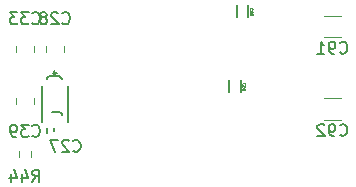
<source format=gbo>
G04 #@! TF.GenerationSoftware,KiCad,Pcbnew,(5.1.10)-1*
G04 #@! TF.CreationDate,2022-01-17T16:27:26-05:00*
G04 #@! TF.ProjectId,breakoutboard-2,62726561-6b6f-4757-9462-6f6172642d32,rev?*
G04 #@! TF.SameCoordinates,Original*
G04 #@! TF.FileFunction,Legend,Bot*
G04 #@! TF.FilePolarity,Positive*
%FSLAX46Y46*%
G04 Gerber Fmt 4.6, Leading zero omitted, Abs format (unit mm)*
G04 Created by KiCad (PCBNEW (5.1.10)-1) date 2022-01-17 16:27:26*
%MOMM*%
%LPD*%
G01*
G04 APERTURE LIST*
%ADD10C,0.250000*%
%ADD11C,0.150000*%
%ADD12C,0.120000*%
%ADD13C,0.127000*%
%ADD14C,0.060464*%
%ADD15R,1.350000X1.350000*%
%ADD16R,1.500000X2.400000*%
%ADD17R,1.500000X1.050000*%
%ADD18C,3.000000*%
%ADD19C,2.700000*%
%ADD20O,1.350000X1.350000*%
%ADD21C,2.800000*%
%ADD22R,2.800000X2.800000*%
G04 APERTURE END LIST*
D10*
X155065000Y-103025000D02*
G75*
G03*
X155065000Y-103025000I-125000J0D01*
G01*
D11*
X156065000Y-107124999D02*
X156065000Y-104124999D01*
X153815000Y-107124999D02*
X153815000Y-104124999D01*
D12*
X155675000Y-101226252D02*
X155675000Y-100703748D01*
X154205000Y-101226252D02*
X154205000Y-100703748D01*
X151665000Y-101226252D02*
X151665000Y-100703748D01*
X153135000Y-101226252D02*
X153135000Y-100703748D01*
X151665000Y-105671252D02*
X151665000Y-105148748D01*
X153135000Y-105671252D02*
X153135000Y-105148748D01*
D13*
X170335000Y-98290000D02*
X170335000Y-97290000D01*
X171295000Y-97290000D02*
X171295000Y-98290000D01*
D12*
X177723748Y-98150000D02*
X179146252Y-98150000D01*
X177723748Y-99970000D02*
X179146252Y-99970000D01*
X177723748Y-106955000D02*
X179146252Y-106955000D01*
X177723748Y-105135000D02*
X179146252Y-105135000D01*
D13*
X170660000Y-103640000D02*
X170660000Y-104640000D01*
X169700000Y-104640000D02*
X169700000Y-103640000D01*
D12*
X151877500Y-109617742D02*
X151877500Y-110092258D01*
X152922500Y-109617742D02*
X152922500Y-110092258D01*
D11*
X156497738Y-109577142D02*
X156545357Y-109624761D01*
X156688214Y-109672380D01*
X156783452Y-109672380D01*
X156926309Y-109624761D01*
X157021547Y-109529523D01*
X157069166Y-109434285D01*
X157116785Y-109243809D01*
X157116785Y-109100952D01*
X157069166Y-108910476D01*
X157021547Y-108815238D01*
X156926309Y-108720000D01*
X156783452Y-108672380D01*
X156688214Y-108672380D01*
X156545357Y-108720000D01*
X156497738Y-108767619D01*
X156116785Y-108767619D02*
X156069166Y-108720000D01*
X155973928Y-108672380D01*
X155735833Y-108672380D01*
X155640595Y-108720000D01*
X155592976Y-108767619D01*
X155545357Y-108862857D01*
X155545357Y-108958095D01*
X155592976Y-109100952D01*
X156164404Y-109672380D01*
X155545357Y-109672380D01*
X155212023Y-108672380D02*
X154545357Y-108672380D01*
X154973928Y-109672380D01*
X154244523Y-103538570D02*
X154244523Y-103659522D01*
X154305000Y-103780475D01*
X154365476Y-103840951D01*
X154486428Y-103901427D01*
X154728333Y-103961903D01*
X155030714Y-103961903D01*
X155272619Y-103901427D01*
X155393571Y-103840951D01*
X155454047Y-103780475D01*
X155514523Y-103659522D01*
X155514523Y-103538570D01*
X155454047Y-103417618D01*
X155393571Y-103357141D01*
X155272619Y-103296665D01*
X155030714Y-103236189D01*
X154728333Y-103236189D01*
X154486428Y-103296665D01*
X154365476Y-103357141D01*
X154305000Y-103417618D01*
X154244523Y-103538570D01*
X155393571Y-104506189D02*
X155454047Y-104566665D01*
X155514523Y-104506189D01*
X155454047Y-104445713D01*
X155393571Y-104506189D01*
X155514523Y-104506189D01*
X155514523Y-105776189D02*
X155514523Y-105050475D01*
X155514523Y-105413332D02*
X154244523Y-105413332D01*
X154425952Y-105292379D01*
X154546904Y-105171427D01*
X154607380Y-105050475D01*
X154667857Y-106864760D02*
X155514523Y-106864760D01*
X154667857Y-106320475D02*
X155333095Y-106320475D01*
X155454047Y-106380951D01*
X155514523Y-106501903D01*
X155514523Y-106683332D01*
X155454047Y-106804284D01*
X155393571Y-106864760D01*
X154849285Y-107892856D02*
X154849285Y-107469522D01*
X155514523Y-107469522D02*
X154244523Y-107469522D01*
X154244523Y-108074284D01*
X155582857Y-98782142D02*
X155630476Y-98829761D01*
X155773333Y-98877380D01*
X155868571Y-98877380D01*
X156011428Y-98829761D01*
X156106666Y-98734523D01*
X156154285Y-98639285D01*
X156201904Y-98448809D01*
X156201904Y-98305952D01*
X156154285Y-98115476D01*
X156106666Y-98020238D01*
X156011428Y-97925000D01*
X155868571Y-97877380D01*
X155773333Y-97877380D01*
X155630476Y-97925000D01*
X155582857Y-97972619D01*
X155201904Y-97972619D02*
X155154285Y-97925000D01*
X155059047Y-97877380D01*
X154820952Y-97877380D01*
X154725714Y-97925000D01*
X154678095Y-97972619D01*
X154630476Y-98067857D01*
X154630476Y-98163095D01*
X154678095Y-98305952D01*
X155249523Y-98877380D01*
X154630476Y-98877380D01*
X154059047Y-98305952D02*
X154154285Y-98258333D01*
X154201904Y-98210714D01*
X154249523Y-98115476D01*
X154249523Y-98067857D01*
X154201904Y-97972619D01*
X154154285Y-97925000D01*
X154059047Y-97877380D01*
X153868571Y-97877380D01*
X153773333Y-97925000D01*
X153725714Y-97972619D01*
X153678095Y-98067857D01*
X153678095Y-98115476D01*
X153725714Y-98210714D01*
X153773333Y-98258333D01*
X153868571Y-98305952D01*
X154059047Y-98305952D01*
X154154285Y-98353571D01*
X154201904Y-98401190D01*
X154249523Y-98496428D01*
X154249523Y-98686904D01*
X154201904Y-98782142D01*
X154154285Y-98829761D01*
X154059047Y-98877380D01*
X153868571Y-98877380D01*
X153773333Y-98829761D01*
X153725714Y-98782142D01*
X153678095Y-98686904D01*
X153678095Y-98496428D01*
X153725714Y-98401190D01*
X153773333Y-98353571D01*
X153868571Y-98305952D01*
X153042857Y-98782142D02*
X153090476Y-98829761D01*
X153233333Y-98877380D01*
X153328571Y-98877380D01*
X153471428Y-98829761D01*
X153566666Y-98734523D01*
X153614285Y-98639285D01*
X153661904Y-98448809D01*
X153661904Y-98305952D01*
X153614285Y-98115476D01*
X153566666Y-98020238D01*
X153471428Y-97925000D01*
X153328571Y-97877380D01*
X153233333Y-97877380D01*
X153090476Y-97925000D01*
X153042857Y-97972619D01*
X152709523Y-97877380D02*
X152090476Y-97877380D01*
X152423809Y-98258333D01*
X152280952Y-98258333D01*
X152185714Y-98305952D01*
X152138095Y-98353571D01*
X152090476Y-98448809D01*
X152090476Y-98686904D01*
X152138095Y-98782142D01*
X152185714Y-98829761D01*
X152280952Y-98877380D01*
X152566666Y-98877380D01*
X152661904Y-98829761D01*
X152709523Y-98782142D01*
X151757142Y-97877380D02*
X151138095Y-97877380D01*
X151471428Y-98258333D01*
X151328571Y-98258333D01*
X151233333Y-98305952D01*
X151185714Y-98353571D01*
X151138095Y-98448809D01*
X151138095Y-98686904D01*
X151185714Y-98782142D01*
X151233333Y-98829761D01*
X151328571Y-98877380D01*
X151614285Y-98877380D01*
X151709523Y-98829761D01*
X151757142Y-98782142D01*
X153042857Y-108307142D02*
X153090476Y-108354761D01*
X153233333Y-108402380D01*
X153328571Y-108402380D01*
X153471428Y-108354761D01*
X153566666Y-108259523D01*
X153614285Y-108164285D01*
X153661904Y-107973809D01*
X153661904Y-107830952D01*
X153614285Y-107640476D01*
X153566666Y-107545238D01*
X153471428Y-107450000D01*
X153328571Y-107402380D01*
X153233333Y-107402380D01*
X153090476Y-107450000D01*
X153042857Y-107497619D01*
X152709523Y-107402380D02*
X152090476Y-107402380D01*
X152423809Y-107783333D01*
X152280952Y-107783333D01*
X152185714Y-107830952D01*
X152138095Y-107878571D01*
X152090476Y-107973809D01*
X152090476Y-108211904D01*
X152138095Y-108307142D01*
X152185714Y-108354761D01*
X152280952Y-108402380D01*
X152566666Y-108402380D01*
X152661904Y-108354761D01*
X152709523Y-108307142D01*
X151614285Y-108402380D02*
X151423809Y-108402380D01*
X151328571Y-108354761D01*
X151280952Y-108307142D01*
X151185714Y-108164285D01*
X151138095Y-107973809D01*
X151138095Y-107592857D01*
X151185714Y-107497619D01*
X151233333Y-107450000D01*
X151328571Y-107402380D01*
X151519047Y-107402380D01*
X151614285Y-107450000D01*
X151661904Y-107497619D01*
X151709523Y-107592857D01*
X151709523Y-107830952D01*
X151661904Y-107926190D01*
X151614285Y-107973809D01*
X151519047Y-108021428D01*
X151328571Y-108021428D01*
X151233333Y-107973809D01*
X151185714Y-107926190D01*
X151138095Y-107830952D01*
D14*
X171659599Y-97672828D02*
X171671116Y-97661311D01*
X171682633Y-97626761D01*
X171682633Y-97603727D01*
X171671116Y-97569176D01*
X171648082Y-97546143D01*
X171625048Y-97534626D01*
X171578981Y-97523109D01*
X171544430Y-97523109D01*
X171498363Y-97534626D01*
X171475329Y-97546143D01*
X171452296Y-97569176D01*
X171440779Y-97603727D01*
X171440779Y-97626761D01*
X171452296Y-97661311D01*
X171463812Y-97672828D01*
X171544430Y-97811030D02*
X171532914Y-97787997D01*
X171521397Y-97776480D01*
X171498363Y-97764963D01*
X171486846Y-97764963D01*
X171463812Y-97776480D01*
X171452296Y-97787997D01*
X171440779Y-97811030D01*
X171440779Y-97857098D01*
X171452296Y-97880131D01*
X171463812Y-97891648D01*
X171486846Y-97903165D01*
X171498363Y-97903165D01*
X171521397Y-97891648D01*
X171532914Y-97880131D01*
X171544430Y-97857098D01*
X171544430Y-97811030D01*
X171555947Y-97787997D01*
X171567464Y-97776480D01*
X171590498Y-97764963D01*
X171636565Y-97764963D01*
X171659599Y-97776480D01*
X171671116Y-97787997D01*
X171682633Y-97811030D01*
X171682633Y-97857098D01*
X171671116Y-97880131D01*
X171659599Y-97891648D01*
X171636565Y-97903165D01*
X171590498Y-97903165D01*
X171567464Y-97891648D01*
X171555947Y-97880131D01*
X171544430Y-97857098D01*
X171682633Y-98018334D02*
X171682633Y-98064401D01*
X171671116Y-98087435D01*
X171659599Y-98098952D01*
X171625048Y-98121985D01*
X171578981Y-98133502D01*
X171486846Y-98133502D01*
X171463812Y-98121985D01*
X171452296Y-98110469D01*
X171440779Y-98087435D01*
X171440779Y-98041367D01*
X171452296Y-98018334D01*
X171463812Y-98006817D01*
X171486846Y-97995300D01*
X171544430Y-97995300D01*
X171567464Y-98006817D01*
X171578981Y-98018334D01*
X171590498Y-98041367D01*
X171590498Y-98087435D01*
X171578981Y-98110469D01*
X171567464Y-98121985D01*
X171544430Y-98133502D01*
D11*
X179077857Y-101267142D02*
X179125476Y-101314761D01*
X179268333Y-101362380D01*
X179363571Y-101362380D01*
X179506428Y-101314761D01*
X179601666Y-101219523D01*
X179649285Y-101124285D01*
X179696904Y-100933809D01*
X179696904Y-100790952D01*
X179649285Y-100600476D01*
X179601666Y-100505238D01*
X179506428Y-100410000D01*
X179363571Y-100362380D01*
X179268333Y-100362380D01*
X179125476Y-100410000D01*
X179077857Y-100457619D01*
X178601666Y-101362380D02*
X178411190Y-101362380D01*
X178315952Y-101314761D01*
X178268333Y-101267142D01*
X178173095Y-101124285D01*
X178125476Y-100933809D01*
X178125476Y-100552857D01*
X178173095Y-100457619D01*
X178220714Y-100410000D01*
X178315952Y-100362380D01*
X178506428Y-100362380D01*
X178601666Y-100410000D01*
X178649285Y-100457619D01*
X178696904Y-100552857D01*
X178696904Y-100790952D01*
X178649285Y-100886190D01*
X178601666Y-100933809D01*
X178506428Y-100981428D01*
X178315952Y-100981428D01*
X178220714Y-100933809D01*
X178173095Y-100886190D01*
X178125476Y-100790952D01*
X177173095Y-101362380D02*
X177744523Y-101362380D01*
X177458809Y-101362380D02*
X177458809Y-100362380D01*
X177554047Y-100505238D01*
X177649285Y-100600476D01*
X177744523Y-100648095D01*
X179077857Y-108252142D02*
X179125476Y-108299761D01*
X179268333Y-108347380D01*
X179363571Y-108347380D01*
X179506428Y-108299761D01*
X179601666Y-108204523D01*
X179649285Y-108109285D01*
X179696904Y-107918809D01*
X179696904Y-107775952D01*
X179649285Y-107585476D01*
X179601666Y-107490238D01*
X179506428Y-107395000D01*
X179363571Y-107347380D01*
X179268333Y-107347380D01*
X179125476Y-107395000D01*
X179077857Y-107442619D01*
X178601666Y-108347380D02*
X178411190Y-108347380D01*
X178315952Y-108299761D01*
X178268333Y-108252142D01*
X178173095Y-108109285D01*
X178125476Y-107918809D01*
X178125476Y-107537857D01*
X178173095Y-107442619D01*
X178220714Y-107395000D01*
X178315952Y-107347380D01*
X178506428Y-107347380D01*
X178601666Y-107395000D01*
X178649285Y-107442619D01*
X178696904Y-107537857D01*
X178696904Y-107775952D01*
X178649285Y-107871190D01*
X178601666Y-107918809D01*
X178506428Y-107966428D01*
X178315952Y-107966428D01*
X178220714Y-107918809D01*
X178173095Y-107871190D01*
X178125476Y-107775952D01*
X177744523Y-107442619D02*
X177696904Y-107395000D01*
X177601666Y-107347380D01*
X177363571Y-107347380D01*
X177268333Y-107395000D01*
X177220714Y-107442619D01*
X177173095Y-107537857D01*
X177173095Y-107633095D01*
X177220714Y-107775952D01*
X177792142Y-108347380D01*
X177173095Y-108347380D01*
D14*
X171024599Y-104022828D02*
X171036116Y-104011311D01*
X171047633Y-103976761D01*
X171047633Y-103953727D01*
X171036116Y-103919176D01*
X171013082Y-103896143D01*
X170990048Y-103884626D01*
X170943981Y-103873109D01*
X170909430Y-103873109D01*
X170863363Y-103884626D01*
X170840329Y-103896143D01*
X170817296Y-103919176D01*
X170805779Y-103953727D01*
X170805779Y-103976761D01*
X170817296Y-104011311D01*
X170828812Y-104022828D01*
X171047633Y-104137997D02*
X171047633Y-104184064D01*
X171036116Y-104207098D01*
X171024599Y-104218615D01*
X170990048Y-104241648D01*
X170943981Y-104253165D01*
X170851846Y-104253165D01*
X170828812Y-104241648D01*
X170817296Y-104230131D01*
X170805779Y-104207098D01*
X170805779Y-104161030D01*
X170817296Y-104137997D01*
X170828812Y-104126480D01*
X170851846Y-104114963D01*
X170909430Y-104114963D01*
X170932464Y-104126480D01*
X170943981Y-104137997D01*
X170955498Y-104161030D01*
X170955498Y-104207098D01*
X170943981Y-104230131D01*
X170932464Y-104241648D01*
X170909430Y-104253165D01*
X171047633Y-104368334D02*
X171047633Y-104414401D01*
X171036116Y-104437435D01*
X171024599Y-104448952D01*
X170990048Y-104471985D01*
X170943981Y-104483502D01*
X170851846Y-104483502D01*
X170828812Y-104471985D01*
X170817296Y-104460469D01*
X170805779Y-104437435D01*
X170805779Y-104391367D01*
X170817296Y-104368334D01*
X170828812Y-104356817D01*
X170851846Y-104345300D01*
X170909430Y-104345300D01*
X170932464Y-104356817D01*
X170943981Y-104368334D01*
X170955498Y-104391367D01*
X170955498Y-104437435D01*
X170943981Y-104460469D01*
X170932464Y-104471985D01*
X170909430Y-104483502D01*
D11*
X153042857Y-112212380D02*
X153376190Y-111736190D01*
X153614285Y-112212380D02*
X153614285Y-111212380D01*
X153233333Y-111212380D01*
X153138095Y-111260000D01*
X153090476Y-111307619D01*
X153042857Y-111402857D01*
X153042857Y-111545714D01*
X153090476Y-111640952D01*
X153138095Y-111688571D01*
X153233333Y-111736190D01*
X153614285Y-111736190D01*
X152185714Y-111545714D02*
X152185714Y-112212380D01*
X152423809Y-111164761D02*
X152661904Y-111879047D01*
X152042857Y-111879047D01*
X151233333Y-111545714D02*
X151233333Y-112212380D01*
X151471428Y-111164761D02*
X151709523Y-111879047D01*
X151090476Y-111879047D01*
%LPC*%
D15*
X139700000Y-118110000D03*
D16*
X154940000Y-104775000D03*
D17*
X154940000Y-107149999D03*
G36*
G01*
X155415000Y-102415000D02*
X154465000Y-102415000D01*
G75*
G02*
X154215000Y-102165000I0J250000D01*
G01*
X154215000Y-101665000D01*
G75*
G02*
X154465000Y-101415000I250000J0D01*
G01*
X155415000Y-101415000D01*
G75*
G02*
X155665000Y-101665000I0J-250000D01*
G01*
X155665000Y-102165000D01*
G75*
G02*
X155415000Y-102415000I-250000J0D01*
G01*
G37*
G36*
G01*
X155415000Y-100515000D02*
X154465000Y-100515000D01*
G75*
G02*
X154215000Y-100265000I0J250000D01*
G01*
X154215000Y-99765000D01*
G75*
G02*
X154465000Y-99515000I250000J0D01*
G01*
X155415000Y-99515000D01*
G75*
G02*
X155665000Y-99765000I0J-250000D01*
G01*
X155665000Y-100265000D01*
G75*
G02*
X155415000Y-100515000I-250000J0D01*
G01*
G37*
G36*
G01*
X152875000Y-100515000D02*
X151925000Y-100515000D01*
G75*
G02*
X151675000Y-100265000I0J250000D01*
G01*
X151675000Y-99765000D01*
G75*
G02*
X151925000Y-99515000I250000J0D01*
G01*
X152875000Y-99515000D01*
G75*
G02*
X153125000Y-99765000I0J-250000D01*
G01*
X153125000Y-100265000D01*
G75*
G02*
X152875000Y-100515000I-250000J0D01*
G01*
G37*
G36*
G01*
X152875000Y-102415000D02*
X151925000Y-102415000D01*
G75*
G02*
X151675000Y-102165000I0J250000D01*
G01*
X151675000Y-101665000D01*
G75*
G02*
X151925000Y-101415000I250000J0D01*
G01*
X152875000Y-101415000D01*
G75*
G02*
X153125000Y-101665000I0J-250000D01*
G01*
X153125000Y-102165000D01*
G75*
G02*
X152875000Y-102415000I-250000J0D01*
G01*
G37*
G36*
G01*
X152875000Y-104960000D02*
X151925000Y-104960000D01*
G75*
G02*
X151675000Y-104710000I0J250000D01*
G01*
X151675000Y-104210000D01*
G75*
G02*
X151925000Y-103960000I250000J0D01*
G01*
X152875000Y-103960000D01*
G75*
G02*
X153125000Y-104210000I0J-250000D01*
G01*
X153125000Y-104710000D01*
G75*
G02*
X152875000Y-104960000I-250000J0D01*
G01*
G37*
G36*
G01*
X152875000Y-106860000D02*
X151925000Y-106860000D01*
G75*
G02*
X151675000Y-106610000I0J250000D01*
G01*
X151675000Y-106110000D01*
G75*
G02*
X151925000Y-105860000I250000J0D01*
G01*
X152875000Y-105860000D01*
G75*
G02*
X153125000Y-106110000I0J-250000D01*
G01*
X153125000Y-106610000D01*
G75*
G02*
X152875000Y-106860000I-250000J0D01*
G01*
G37*
G36*
G01*
X171039400Y-97630000D02*
X170590600Y-97630000D01*
G75*
G02*
X170515000Y-97554400I0J75600D01*
G01*
X170515000Y-97165600D01*
G75*
G02*
X170590600Y-97090000I75600J0D01*
G01*
X171039400Y-97090000D01*
G75*
G02*
X171115000Y-97165600I0J-75600D01*
G01*
X171115000Y-97554400D01*
G75*
G02*
X171039400Y-97630000I-75600J0D01*
G01*
G37*
G36*
G01*
X171039400Y-98490000D02*
X170590600Y-98490000D01*
G75*
G02*
X170515000Y-98414400I0J75600D01*
G01*
X170515000Y-98025600D01*
G75*
G02*
X170590600Y-97950000I75600J0D01*
G01*
X171039400Y-97950000D01*
G75*
G02*
X171115000Y-98025600I0J-75600D01*
G01*
X171115000Y-98414400D01*
G75*
G02*
X171039400Y-98490000I-75600J0D01*
G01*
G37*
G36*
G01*
X179335000Y-99710001D02*
X179335000Y-98409999D01*
G75*
G02*
X179584999Y-98160000I249999J0D01*
G01*
X180235001Y-98160000D01*
G75*
G02*
X180485000Y-98409999I0J-249999D01*
G01*
X180485000Y-99710001D01*
G75*
G02*
X180235001Y-99960000I-249999J0D01*
G01*
X179584999Y-99960000D01*
G75*
G02*
X179335000Y-99710001I0J249999D01*
G01*
G37*
G36*
G01*
X176385000Y-99710001D02*
X176385000Y-98409999D01*
G75*
G02*
X176634999Y-98160000I249999J0D01*
G01*
X177285001Y-98160000D01*
G75*
G02*
X177535000Y-98409999I0J-249999D01*
G01*
X177535000Y-99710001D01*
G75*
G02*
X177285001Y-99960000I-249999J0D01*
G01*
X176634999Y-99960000D01*
G75*
G02*
X176385000Y-99710001I0J249999D01*
G01*
G37*
G36*
G01*
X176385000Y-106695001D02*
X176385000Y-105394999D01*
G75*
G02*
X176634999Y-105145000I249999J0D01*
G01*
X177285001Y-105145000D01*
G75*
G02*
X177535000Y-105394999I0J-249999D01*
G01*
X177535000Y-106695001D01*
G75*
G02*
X177285001Y-106945000I-249999J0D01*
G01*
X176634999Y-106945000D01*
G75*
G02*
X176385000Y-106695001I0J249999D01*
G01*
G37*
G36*
G01*
X179335000Y-106695001D02*
X179335000Y-105394999D01*
G75*
G02*
X179584999Y-105145000I249999J0D01*
G01*
X180235001Y-105145000D01*
G75*
G02*
X180485000Y-105394999I0J-249999D01*
G01*
X180485000Y-106695001D01*
G75*
G02*
X180235001Y-106945000I-249999J0D01*
G01*
X179584999Y-106945000D01*
G75*
G02*
X179335000Y-106695001I0J249999D01*
G01*
G37*
G36*
G01*
X170404400Y-104840000D02*
X169955600Y-104840000D01*
G75*
G02*
X169880000Y-104764400I0J75600D01*
G01*
X169880000Y-104375600D01*
G75*
G02*
X169955600Y-104300000I75600J0D01*
G01*
X170404400Y-104300000D01*
G75*
G02*
X170480000Y-104375600I0J-75600D01*
G01*
X170480000Y-104764400D01*
G75*
G02*
X170404400Y-104840000I-75600J0D01*
G01*
G37*
G36*
G01*
X170404400Y-103980000D02*
X169955600Y-103980000D01*
G75*
G02*
X169880000Y-103904400I0J75600D01*
G01*
X169880000Y-103515600D01*
G75*
G02*
X169955600Y-103440000I75600J0D01*
G01*
X170404400Y-103440000D01*
G75*
G02*
X170480000Y-103515600I0J-75600D01*
G01*
X170480000Y-103904400D01*
G75*
G02*
X170404400Y-103980000I-75600J0D01*
G01*
G37*
D18*
X104140000Y-65405000D03*
X104140000Y-87905000D03*
D19*
X104140000Y-76655000D03*
X213995000Y-81100000D03*
D18*
X213995000Y-92350000D03*
X213995000Y-69850000D03*
D15*
X103505000Y-59690000D03*
X160655000Y-52070000D03*
D20*
X158655000Y-52070000D03*
X187325000Y-101155000D03*
X187325000Y-99155000D03*
D15*
X187325000Y-97155000D03*
X172085000Y-118745000D03*
D20*
X174085000Y-118745000D03*
X176085000Y-118745000D03*
X104045000Y-113665000D03*
D15*
X106045000Y-113665000D03*
D21*
X104775000Y-94060000D03*
D22*
X104775000Y-99060000D03*
X214630000Y-103505000D03*
D21*
X214630000Y-98505000D03*
D15*
X214630000Y-110490000D03*
D20*
X214630000Y-112490000D03*
D15*
X213360000Y-63500000D03*
X160655000Y-118110000D03*
X118745000Y-118110000D03*
D20*
X120745000Y-118110000D03*
X122745000Y-118110000D03*
X124745000Y-118110000D03*
X126745000Y-118110000D03*
G36*
G01*
X152125000Y-108630000D02*
X152675000Y-108630000D01*
G75*
G02*
X152875000Y-108830000I0J-200000D01*
G01*
X152875000Y-109230000D01*
G75*
G02*
X152675000Y-109430000I-200000J0D01*
G01*
X152125000Y-109430000D01*
G75*
G02*
X151925000Y-109230000I0J200000D01*
G01*
X151925000Y-108830000D01*
G75*
G02*
X152125000Y-108630000I200000J0D01*
G01*
G37*
G36*
G01*
X152125000Y-110280000D02*
X152675000Y-110280000D01*
G75*
G02*
X152875000Y-110480000I0J-200000D01*
G01*
X152875000Y-110880000D01*
G75*
G02*
X152675000Y-111080000I-200000J0D01*
G01*
X152125000Y-111080000D01*
G75*
G02*
X151925000Y-110880000I0J200000D01*
G01*
X151925000Y-110480000D01*
G75*
G02*
X152125000Y-110280000I200000J0D01*
G01*
G37*
M02*

</source>
